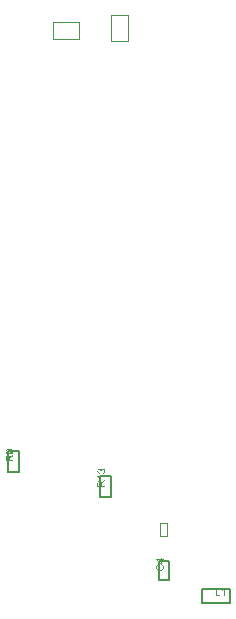
<source format=gbr>
%TF.GenerationSoftware,Altium Limited,Altium Designer,24.2.2 (26)*%
G04 Layer_Color=32768*
%FSLAX45Y45*%
%MOMM*%
%TF.SameCoordinates,979FBE80-878B-4EC3-91C7-7055811A0E5A*%
%TF.FilePolarity,Positive*%
%TF.FileFunction,Other,Top_Assembly*%
%TF.Part,Single*%
G01*
G75*
%TA.AperFunction,NonConductor*%
%ADD51C,0.20000*%
%ADD83C,0.10000*%
G36*
X16127643Y5284183D02*
X16128197D01*
X16128960Y5284045D01*
X16129791Y5283906D01*
X16130695Y5283767D01*
X16131734Y5283490D01*
X16132843Y5283143D01*
X16133952Y5282727D01*
X16135132Y5282242D01*
X16136310Y5281618D01*
X16137560Y5280924D01*
X16138737Y5280092D01*
X16139915Y5279191D01*
X16141026Y5278081D01*
X16141095Y5278012D01*
X16141302Y5277804D01*
X16141580Y5277457D01*
X16141927Y5276972D01*
X16142343Y5276417D01*
X16142828Y5275654D01*
X16143382Y5274822D01*
X16143869Y5273852D01*
X16144423Y5272811D01*
X16144978Y5271633D01*
X16145464Y5270384D01*
X16145880Y5268998D01*
X16146227Y5267541D01*
X16146504Y5266016D01*
X16146712Y5264421D01*
X16146780Y5262687D01*
Y5262341D01*
X16146712Y5261855D01*
Y5261301D01*
X16146642Y5260538D01*
X16146504Y5259706D01*
X16146365Y5258804D01*
X16146156Y5257764D01*
X16145880Y5256655D01*
X16145534Y5255545D01*
X16145186Y5254366D01*
X16144701Y5253188D01*
X16144077Y5252009D01*
X16143452Y5250899D01*
X16142690Y5249721D01*
X16141788Y5248680D01*
X16141719Y5248611D01*
X16141580Y5248472D01*
X16141302Y5248195D01*
X16140887Y5247779D01*
X16140402Y5247363D01*
X16139777Y5246877D01*
X16139084Y5246392D01*
X16138252Y5245837D01*
X16137421Y5245283D01*
X16136380Y5244728D01*
X16135339Y5244173D01*
X16134161Y5243688D01*
X16132913Y5243272D01*
X16131595Y5242856D01*
X16130208Y5242578D01*
X16128752Y5242370D01*
X16127711Y5250206D01*
X16127782D01*
X16127989Y5250275D01*
X16128336Y5250345D01*
X16128821Y5250483D01*
X16129376Y5250622D01*
X16130000Y5250761D01*
X16131456Y5251246D01*
X16133051Y5251870D01*
X16134647Y5252633D01*
X16136102Y5253604D01*
X16136726Y5254158D01*
X16137350Y5254713D01*
Y5254782D01*
X16137489Y5254852D01*
X16137628Y5255060D01*
X16137836Y5255268D01*
X16138252Y5255961D01*
X16138808Y5256932D01*
X16139362Y5258111D01*
X16139777Y5259428D01*
X16140125Y5261023D01*
X16140263Y5262687D01*
Y5263242D01*
X16140195Y5263658D01*
X16140125Y5264074D01*
X16140054Y5264698D01*
X16139777Y5265947D01*
X16139362Y5267472D01*
X16138667Y5269067D01*
X16138184Y5269830D01*
X16137697Y5270592D01*
X16137141Y5271355D01*
X16136449Y5272118D01*
X16136380Y5272187D01*
X16136241Y5272257D01*
X16136034Y5272465D01*
X16135756Y5272742D01*
X16135410Y5273019D01*
X16134924Y5273297D01*
X16134438Y5273644D01*
X16133813Y5274060D01*
X16132426Y5274753D01*
X16130832Y5275308D01*
X16128960Y5275793D01*
X16127989Y5275862D01*
X16126949Y5275932D01*
X16126880D01*
X16126741D01*
X16126395D01*
X16126048Y5275862D01*
X16125562Y5275793D01*
X16125076Y5275724D01*
X16123830Y5275516D01*
X16122372Y5275030D01*
X16120917Y5274406D01*
X16120154Y5273990D01*
X16119460Y5273505D01*
X16118767Y5272950D01*
X16118073Y5272326D01*
X16118004Y5272257D01*
X16117935Y5272187D01*
X16117728Y5271979D01*
X16117519Y5271702D01*
X16117241Y5271355D01*
X16116965Y5270939D01*
X16116270Y5269899D01*
X16115646Y5268582D01*
X16115092Y5267056D01*
X16114676Y5265322D01*
X16114606Y5264352D01*
X16114537Y5263381D01*
Y5262965D01*
X16114606Y5262479D01*
Y5261855D01*
X16114745Y5261023D01*
X16114883Y5260122D01*
X16115092Y5259012D01*
X16115369Y5257834D01*
X16108504Y5258666D01*
Y5258804D01*
X16108574Y5259151D01*
X16108643Y5259567D01*
Y5260469D01*
X16108574Y5260815D01*
Y5261301D01*
X16108504Y5261786D01*
X16108296Y5262965D01*
X16108018Y5264352D01*
X16107533Y5265877D01*
X16106909Y5267472D01*
X16106007Y5268998D01*
Y5269067D01*
X16105869Y5269206D01*
X16105731Y5269344D01*
X16105524Y5269622D01*
X16104898Y5270315D01*
X16103996Y5271078D01*
X16102888Y5271771D01*
X16101501Y5272465D01*
X16100739Y5272742D01*
X16099837Y5272881D01*
X16098935Y5273019D01*
X16097964Y5273089D01*
X16097894D01*
X16097755D01*
X16097548D01*
X16097202Y5273019D01*
X16096439Y5272950D01*
X16095399Y5272742D01*
X16094289Y5272395D01*
X16093111Y5271841D01*
X16091862Y5271078D01*
X16091307Y5270662D01*
X16090753Y5270107D01*
X16090614Y5269968D01*
X16090337Y5269552D01*
X16089851Y5268928D01*
X16089296Y5268096D01*
X16088811Y5266987D01*
X16088326Y5265669D01*
X16088048Y5264213D01*
X16087910Y5262549D01*
Y5262133D01*
X16087979Y5261786D01*
Y5261370D01*
X16088048Y5260954D01*
X16088255Y5259844D01*
X16088603Y5258666D01*
X16089159Y5257348D01*
X16089851Y5256100D01*
X16090822Y5254852D01*
X16090961Y5254713D01*
X16091377Y5254366D01*
X16092001Y5253812D01*
X16092972Y5253257D01*
X16094150Y5252564D01*
X16095676Y5251939D01*
X16097411Y5251385D01*
X16099420Y5250969D01*
X16098035Y5243133D01*
X16097964D01*
X16097687Y5243202D01*
X16097272Y5243272D01*
X16096716Y5243410D01*
X16096092Y5243618D01*
X16095329Y5243826D01*
X16094498Y5244104D01*
X16093596Y5244451D01*
X16091585Y5245352D01*
X16090614Y5245837D01*
X16089574Y5246461D01*
X16088603Y5247155D01*
X16087633Y5247918D01*
X16086662Y5248750D01*
X16085829Y5249651D01*
X16085760Y5249721D01*
X16085622Y5249859D01*
X16085413Y5250206D01*
X16085136Y5250553D01*
X16084789Y5251107D01*
X16084444Y5251662D01*
X16084027Y5252356D01*
X16083611Y5253188D01*
X16083264Y5254020D01*
X16082848Y5254991D01*
X16082501Y5256031D01*
X16082153Y5257140D01*
X16081877Y5258388D01*
X16081670Y5259636D01*
X16081531Y5260954D01*
X16081461Y5262341D01*
Y5263242D01*
X16081531Y5263728D01*
X16081599Y5264213D01*
X16081738Y5265530D01*
X16082016Y5266987D01*
X16082433Y5268651D01*
X16082986Y5270315D01*
X16083749Y5271979D01*
Y5272049D01*
X16083818Y5272187D01*
X16083957Y5272395D01*
X16084164Y5272742D01*
X16084651Y5273505D01*
X16085344Y5274476D01*
X16086246Y5275585D01*
X16087286Y5276695D01*
X16088464Y5277804D01*
X16089851Y5278775D01*
X16089922D01*
X16089990Y5278844D01*
X16090266Y5278983D01*
X16090546Y5279122D01*
X16090891Y5279330D01*
X16091307Y5279538D01*
X16092348Y5279954D01*
X16093596Y5280370D01*
X16094983Y5280786D01*
X16096507Y5281063D01*
X16098103Y5281132D01*
X16098172D01*
X16098311D01*
X16098518D01*
X16098796D01*
X16099628Y5280994D01*
X16100600Y5280855D01*
X16101778Y5280578D01*
X16103026Y5280162D01*
X16104344Y5279607D01*
X16105661Y5278844D01*
X16105731D01*
X16105800Y5278775D01*
X16106216Y5278428D01*
X16106841Y5277943D01*
X16107603Y5277180D01*
X16108504Y5276279D01*
X16109406Y5275100D01*
X16110239Y5273782D01*
X16111070Y5272257D01*
Y5272326D01*
X16111139Y5272534D01*
X16111209Y5272811D01*
X16111346Y5273227D01*
X16111485Y5273644D01*
X16111694Y5274198D01*
X16112250Y5275516D01*
X16113011Y5276903D01*
X16113913Y5278359D01*
X16115092Y5279815D01*
X16116548Y5281063D01*
X16116617Y5281132D01*
X16116756Y5281202D01*
X16116965Y5281340D01*
X16117311Y5281548D01*
X16117657Y5281826D01*
X16118143Y5282103D01*
X16118698Y5282381D01*
X16119391Y5282658D01*
X16120084Y5282935D01*
X16120847Y5283213D01*
X16122581Y5283767D01*
X16124593Y5284114D01*
X16125700Y5284253D01*
X16126811D01*
X16126880D01*
X16127158D01*
X16127643Y5284183D01*
D02*
G37*
G36*
X16145673Y5214356D02*
X16095676D01*
X16095815Y5214217D01*
X16096161Y5213871D01*
X16096648Y5213247D01*
X16097340Y5212345D01*
X16098172Y5211305D01*
X16099074Y5209988D01*
X16100044Y5208531D01*
X16101085Y5206867D01*
Y5206798D01*
X16101224Y5206659D01*
X16101363Y5206451D01*
X16101501Y5206104D01*
X16101778Y5205688D01*
X16101987Y5205203D01*
X16102609Y5204093D01*
X16103233Y5202845D01*
X16103928Y5201458D01*
X16104552Y5200002D01*
X16105106Y5198615D01*
X16097548D01*
X16097479Y5198685D01*
X16097411Y5198893D01*
X16097202Y5199240D01*
X16096992Y5199725D01*
X16096716Y5200280D01*
X16096300Y5200973D01*
X16095885Y5201736D01*
X16095468Y5202499D01*
X16094357Y5204302D01*
X16093040Y5206243D01*
X16091653Y5208254D01*
X16090059Y5210126D01*
X16089990Y5210196D01*
X16089851Y5210334D01*
X16089642Y5210612D01*
X16089296Y5210958D01*
X16088879Y5211305D01*
X16088464Y5211790D01*
X16087286Y5212831D01*
X16086037Y5214009D01*
X16084581Y5215188D01*
X16083057Y5216228D01*
X16081461Y5217130D01*
Y5222192D01*
X16145673D01*
Y5214356D01*
D02*
G37*
G36*
Y5177050D02*
X16132358Y5168590D01*
X16132289Y5168521D01*
X16132082Y5168452D01*
X16131802Y5168244D01*
X16131387Y5167966D01*
X16130902Y5167689D01*
X16130347Y5167273D01*
X16129099Y5166441D01*
X16127643Y5165470D01*
X16126186Y5164499D01*
X16124800Y5163459D01*
X16123550Y5162488D01*
X16123482D01*
X16123413Y5162350D01*
X16123067Y5162072D01*
X16122511Y5161656D01*
X16121887Y5161032D01*
X16121194Y5160408D01*
X16120500Y5159645D01*
X16119807Y5158882D01*
X16119322Y5158189D01*
X16119252Y5158120D01*
X16119115Y5157842D01*
X16118906Y5157496D01*
X16118628Y5157010D01*
X16118352Y5156386D01*
X16118073Y5155762D01*
X16117796Y5155069D01*
X16117587Y5154306D01*
Y5154237D01*
X16117519Y5154029D01*
X16117448Y5153682D01*
X16117380Y5153196D01*
Y5152503D01*
X16117311Y5151671D01*
X16117241Y5150700D01*
Y5139813D01*
X16145673D01*
Y5131354D01*
X16081670D01*
Y5161101D01*
X16081738Y5161864D01*
Y5162627D01*
X16081808Y5163528D01*
X16081877Y5164569D01*
X16082085Y5166649D01*
X16082433Y5168798D01*
X16082848Y5170879D01*
X16083125Y5171780D01*
X16083401Y5172682D01*
Y5172751D01*
X16083472Y5172890D01*
X16083611Y5173098D01*
X16083749Y5173444D01*
X16084164Y5174276D01*
X16084789Y5175247D01*
X16085622Y5176426D01*
X16086731Y5177605D01*
X16087979Y5178784D01*
X16089505Y5179824D01*
X16089574D01*
X16089713Y5179962D01*
X16089922Y5180101D01*
X16090266Y5180240D01*
X16090683Y5180448D01*
X16091170Y5180656D01*
X16091724Y5180933D01*
X16092348Y5181211D01*
X16093803Y5181696D01*
X16095399Y5182112D01*
X16097202Y5182389D01*
X16099142Y5182528D01*
X16099213D01*
X16099420D01*
X16099837D01*
X16100253Y5182459D01*
X16100877Y5182389D01*
X16101570Y5182320D01*
X16102333Y5182181D01*
X16103165Y5181973D01*
X16104968Y5181419D01*
X16105939Y5181072D01*
X16106909Y5180656D01*
X16107880Y5180170D01*
X16108852Y5179546D01*
X16109752Y5178853D01*
X16110654Y5178090D01*
X16110722Y5178021D01*
X16110863Y5177882D01*
X16111070Y5177605D01*
X16111417Y5177258D01*
X16111763Y5176773D01*
X16112180Y5176218D01*
X16112665Y5175525D01*
X16113150Y5174692D01*
X16113635Y5173791D01*
X16114120Y5172820D01*
X16114606Y5171711D01*
X16115092Y5170463D01*
X16115508Y5169145D01*
X16115924Y5167689D01*
X16116270Y5166094D01*
X16116548Y5164430D01*
Y5164499D01*
X16116617Y5164569D01*
X16116824Y5164985D01*
X16117172Y5165609D01*
X16117587Y5166371D01*
X16118073Y5167204D01*
X16118559Y5168036D01*
X16119183Y5168868D01*
X16119737Y5169561D01*
X16119807Y5169631D01*
X16119876Y5169700D01*
X16120084Y5169908D01*
X16120361Y5170185D01*
X16120708Y5170532D01*
X16121124Y5170948D01*
X16122095Y5171849D01*
X16123343Y5172890D01*
X16124800Y5174068D01*
X16126463Y5175317D01*
X16128267Y5176565D01*
X16145673Y5187659D01*
Y5177050D01*
D02*
G37*
G36*
X17159143Y4206239D02*
X17151308D01*
Y4256234D01*
X17151169Y4256096D01*
X17150822Y4255749D01*
X17150198Y4255264D01*
X17149297Y4254570D01*
X17148256Y4253738D01*
X17146939Y4252837D01*
X17145483Y4251866D01*
X17143819Y4250826D01*
X17143748D01*
X17143610Y4250687D01*
X17143402Y4250548D01*
X17143056Y4250410D01*
X17142641Y4250132D01*
X17142154Y4249924D01*
X17141045Y4249300D01*
X17139796Y4248676D01*
X17138409Y4247983D01*
X17136954Y4247359D01*
X17135567Y4246804D01*
Y4254362D01*
X17135635Y4254431D01*
X17135844Y4254501D01*
X17136191Y4254709D01*
X17136676Y4254917D01*
X17137231Y4255194D01*
X17137924Y4255610D01*
X17138687Y4256026D01*
X17139450Y4256442D01*
X17141254Y4257552D01*
X17143195Y4258869D01*
X17145206Y4260256D01*
X17147076Y4261851D01*
X17147147Y4261920D01*
X17147285Y4262059D01*
X17147563Y4262267D01*
X17147910Y4262614D01*
X17148256Y4263030D01*
X17148743Y4263446D01*
X17149782Y4264625D01*
X17150961Y4265873D01*
X17152139Y4267329D01*
X17153180Y4268855D01*
X17154082Y4270449D01*
X17159143D01*
Y4206239D01*
D02*
G37*
G36*
X17091118Y4213797D02*
X17122668D01*
Y4206239D01*
X17082658D01*
Y4270241D01*
X17091118D01*
Y4213797D01*
D02*
G37*
G36*
X15337228Y5449949D02*
X15338268D01*
X15339516Y5449880D01*
X15340834Y5449810D01*
X15342290Y5449672D01*
X15343816Y5449533D01*
X15345410Y5449394D01*
X15348669Y5448909D01*
X15351859Y5448215D01*
X15353316Y5447799D01*
X15354771Y5447314D01*
X15354842D01*
X15355118Y5447175D01*
X15355466Y5447037D01*
X15355949Y5446829D01*
X15356573Y5446551D01*
X15357268Y5446204D01*
X15358031Y5445788D01*
X15358862Y5445372D01*
X15360596Y5444263D01*
X15362468Y5442876D01*
X15364201Y5441281D01*
X15365034Y5440380D01*
X15365797Y5439409D01*
X15365866Y5439340D01*
X15365935Y5439201D01*
X15366144Y5438854D01*
X15366351Y5438508D01*
X15366629Y5437953D01*
X15366975Y5437398D01*
X15367322Y5436705D01*
X15367670Y5435873D01*
X15368016Y5435040D01*
X15368362Y5434070D01*
X15368640Y5433099D01*
X15368987Y5431989D01*
X15369403Y5429632D01*
X15369472Y5428384D01*
X15369540Y5427066D01*
Y5426373D01*
X15369472Y5425818D01*
X15369403Y5425194D01*
X15369333Y5424431D01*
X15369196Y5423599D01*
X15368987Y5422698D01*
X15368501Y5420756D01*
X15368153Y5419785D01*
X15367809Y5418745D01*
X15367322Y5417705D01*
X15366768Y5416665D01*
X15366144Y5415694D01*
X15365381Y5414793D01*
X15365311Y5414723D01*
X15365173Y5414585D01*
X15364964Y5414377D01*
X15364618Y5414030D01*
X15364201Y5413683D01*
X15363647Y5413267D01*
X15363023Y5412782D01*
X15362331Y5412296D01*
X15361568Y5411811D01*
X15360664Y5411325D01*
X15359695Y5410909D01*
X15358655Y5410424D01*
X15357545Y5410008D01*
X15356366Y5409661D01*
X15355049Y5409384D01*
X15353662Y5409176D01*
X15353038Y5416734D01*
X15353107D01*
X15353246Y5416803D01*
X15353523D01*
X15353938Y5416942D01*
X15354355Y5417012D01*
X15354842Y5417150D01*
X15356020Y5417497D01*
X15357268Y5417982D01*
X15358516Y5418606D01*
X15359695Y5419438D01*
X15360249Y5419855D01*
X15360735Y5420340D01*
X15360805Y5420479D01*
X15361082Y5420825D01*
X15361497Y5421449D01*
X15361914Y5422212D01*
X15362331Y5423252D01*
X15362746Y5424431D01*
X15363023Y5425749D01*
X15363092Y5427274D01*
Y5427898D01*
X15363023Y5428592D01*
X15362885Y5429424D01*
X15362675Y5430395D01*
X15362399Y5431435D01*
X15362051Y5432544D01*
X15361497Y5433584D01*
X15361427Y5433723D01*
X15361220Y5434070D01*
X15360805Y5434555D01*
X15360320Y5435179D01*
X15359695Y5435873D01*
X15358932Y5436635D01*
X15358031Y5437398D01*
X15357060Y5438091D01*
X15356921Y5438161D01*
X15356573Y5438369D01*
X15355949Y5438716D01*
X15355049Y5439132D01*
X15354008Y5439548D01*
X15352760Y5440033D01*
X15351234Y5440518D01*
X15349571Y5441004D01*
X15349501D01*
X15349364Y5441073D01*
X15349084Y5441143D01*
X15348740Y5441212D01*
X15348323Y5441281D01*
X15347836Y5441351D01*
X15347214Y5441489D01*
X15346590Y5441628D01*
X15345132Y5441836D01*
X15343538Y5441975D01*
X15341805Y5442113D01*
X15340002Y5442183D01*
X15339864D01*
X15339586D01*
X15339101D01*
X15338477D01*
X15338545Y5442044D01*
X15338753Y5441975D01*
X15339030Y5441767D01*
X15339725Y5441212D01*
X15340556Y5440518D01*
X15341527Y5439548D01*
X15342567Y5438438D01*
X15343538Y5437190D01*
X15344508Y5435734D01*
Y5435665D01*
X15344579Y5435526D01*
X15344717Y5435318D01*
X15344856Y5435040D01*
X15345064Y5434624D01*
X15345203Y5434208D01*
X15345618Y5433099D01*
X15346104Y5431781D01*
X15346449Y5430256D01*
X15346729Y5428592D01*
X15346797Y5426858D01*
Y5426511D01*
X15346729Y5426095D01*
Y5425541D01*
X15346590Y5424847D01*
X15346519Y5424084D01*
X15346312Y5423183D01*
X15346104Y5422212D01*
X15345757Y5421172D01*
X15345410Y5420132D01*
X15344925Y5419022D01*
X15344370Y5417913D01*
X15343745Y5416734D01*
X15342982Y5415625D01*
X15342082Y5414515D01*
X15341112Y5413475D01*
X15341042Y5413406D01*
X15340834Y5413267D01*
X15340488Y5412990D01*
X15340071Y5412643D01*
X15339516Y5412227D01*
X15338823Y5411742D01*
X15337991Y5411256D01*
X15337019Y5410771D01*
X15336049Y5410216D01*
X15334869Y5409731D01*
X15333623Y5409245D01*
X15332304Y5408829D01*
X15330849Y5408482D01*
X15329254Y5408205D01*
X15327660Y5408066D01*
X15325925Y5407997D01*
X15325786D01*
X15325510D01*
X15324954Y5408066D01*
X15324330D01*
X15323499Y5408205D01*
X15322527Y5408274D01*
X15321487Y5408482D01*
X15320308Y5408690D01*
X15319130Y5409037D01*
X15317812Y5409384D01*
X15316495Y5409869D01*
X15315247Y5410424D01*
X15313930Y5411048D01*
X15312611Y5411811D01*
X15311433Y5412712D01*
X15310254Y5413683D01*
X15310185Y5413752D01*
X15309976Y5413960D01*
X15309698Y5414307D01*
X15309352Y5414723D01*
X15308867Y5415278D01*
X15308382Y5415971D01*
X15307828Y5416734D01*
X15307272Y5417636D01*
X15306717Y5418606D01*
X15306163Y5419716D01*
X15305676Y5420895D01*
X15305193Y5422143D01*
X15304845Y5423530D01*
X15304568Y5424986D01*
X15304359Y5426442D01*
X15304289Y5428037D01*
Y5428661D01*
X15304359Y5429077D01*
Y5429632D01*
X15304498Y5430256D01*
X15304568Y5431019D01*
X15304707Y5431781D01*
X15305122Y5433584D01*
X15305746Y5435456D01*
X15306093Y5436427D01*
X15306580Y5437467D01*
X15307063Y5438438D01*
X15307687Y5439409D01*
X15307758Y5439478D01*
X15307828Y5439617D01*
X15308035Y5439894D01*
X15308311Y5440241D01*
X15308659Y5440726D01*
X15309074Y5441212D01*
X15309560Y5441767D01*
X15310115Y5442321D01*
X15310739Y5442945D01*
X15311502Y5443639D01*
X15312265Y5444263D01*
X15313097Y5444956D01*
X15314069Y5445580D01*
X15315038Y5446204D01*
X15316148Y5446759D01*
X15317258Y5447314D01*
X15317326D01*
X15317535Y5447453D01*
X15317880Y5447591D01*
X15318436Y5447730D01*
X15319060Y5447938D01*
X15319823Y5448146D01*
X15320724Y5448423D01*
X15321834Y5448701D01*
X15323013Y5448909D01*
X15324330Y5449186D01*
X15325856Y5449394D01*
X15327451Y5449602D01*
X15329184Y5449741D01*
X15331056Y5449880D01*
X15333067Y5450018D01*
X15335217D01*
X15335356D01*
X15335773D01*
X15336395D01*
X15337228Y5449949D01*
D02*
G37*
G36*
X15368501Y5392395D02*
X15355186Y5383935D01*
X15355118Y5383866D01*
X15354910Y5383797D01*
X15354633Y5383589D01*
X15354218Y5383311D01*
X15353731Y5383034D01*
X15353177Y5382618D01*
X15351929Y5381786D01*
X15350471Y5380815D01*
X15349016Y5379844D01*
X15347629Y5378804D01*
X15346381Y5377833D01*
X15346312D01*
X15346242Y5377695D01*
X15345895Y5377417D01*
X15345341Y5377001D01*
X15344717Y5376377D01*
X15344023Y5375753D01*
X15343330Y5374990D01*
X15342638Y5374228D01*
X15342151Y5373534D01*
X15342082Y5373465D01*
X15341943Y5373187D01*
X15341734Y5372841D01*
X15341458Y5372355D01*
X15341180Y5371731D01*
X15340903Y5371107D01*
X15340627Y5370414D01*
X15340417Y5369651D01*
Y5369582D01*
X15340347Y5369374D01*
X15340279Y5369027D01*
X15340210Y5368541D01*
Y5367848D01*
X15340140Y5367016D01*
X15340071Y5366045D01*
Y5355158D01*
X15368501D01*
Y5346699D01*
X15304498D01*
Y5376446D01*
X15304568Y5377209D01*
Y5377972D01*
X15304637Y5378873D01*
X15304707Y5379914D01*
X15304915Y5381994D01*
X15305261Y5384143D01*
X15305676Y5386224D01*
X15305956Y5387125D01*
X15306232Y5388027D01*
Y5388096D01*
X15306300Y5388235D01*
X15306441Y5388443D01*
X15306580Y5388789D01*
X15306995Y5389621D01*
X15307619Y5390592D01*
X15308450Y5391771D01*
X15309560Y5392950D01*
X15310809Y5394129D01*
X15312334Y5395169D01*
X15312402D01*
X15312543Y5395307D01*
X15312750Y5395446D01*
X15313097Y5395585D01*
X15313513Y5395793D01*
X15313998Y5396001D01*
X15314552Y5396278D01*
X15315176Y5396556D01*
X15316634Y5397041D01*
X15318228Y5397457D01*
X15320032Y5397734D01*
X15321973Y5397873D01*
X15322041D01*
X15322250D01*
X15322665D01*
X15323082Y5397804D01*
X15323706Y5397734D01*
X15324400Y5397665D01*
X15325162Y5397526D01*
X15325993Y5397318D01*
X15327797Y5396764D01*
X15328767Y5396417D01*
X15329739Y5396001D01*
X15330710Y5395515D01*
X15331680Y5394891D01*
X15332582Y5394198D01*
X15333482Y5393435D01*
X15333553Y5393366D01*
X15333691Y5393227D01*
X15333899Y5392950D01*
X15334245Y5392603D01*
X15334593Y5392118D01*
X15335008Y5391563D01*
X15335493Y5390870D01*
X15335980Y5390037D01*
X15336465Y5389136D01*
X15336951Y5388165D01*
X15337436Y5387056D01*
X15337921Y5385808D01*
X15338338Y5384490D01*
X15338753Y5383034D01*
X15339101Y5381439D01*
X15339378Y5379775D01*
Y5379844D01*
X15339447Y5379914D01*
X15339655Y5380330D01*
X15340002Y5380954D01*
X15340417Y5381716D01*
X15340903Y5382549D01*
X15341388Y5383381D01*
X15342012Y5384213D01*
X15342567Y5384906D01*
X15342638Y5384976D01*
X15342706Y5385045D01*
X15342914Y5385253D01*
X15343192Y5385530D01*
X15343538Y5385877D01*
X15343954Y5386293D01*
X15344925Y5387194D01*
X15346173Y5388235D01*
X15347629Y5389413D01*
X15349294Y5390662D01*
X15351096Y5391910D01*
X15368501Y5403004D01*
Y5392395D01*
D02*
G37*
G36*
X16628258Y4516470D02*
X16643581D01*
Y4508634D01*
X16628258D01*
Y4480758D01*
X16621045D01*
X16579578Y4510021D01*
Y4516470D01*
X16621045D01*
Y4525137D01*
X16628258D01*
Y4516470D01*
D02*
G37*
G36*
X16623749Y4476043D02*
X16624236Y4475904D01*
X16624997Y4475627D01*
X16625830Y4475350D01*
X16626871Y4474934D01*
X16627979Y4474518D01*
X16629158Y4473963D01*
X16630476Y4473339D01*
X16631725Y4472645D01*
X16633110Y4471883D01*
X16634428Y4470981D01*
X16635677Y4470010D01*
X16636925Y4468970D01*
X16638103Y4467791D01*
X16639214Y4466543D01*
X16639282Y4466474D01*
X16639421Y4466197D01*
X16639697Y4465850D01*
X16640045Y4465295D01*
X16640462Y4464671D01*
X16640945Y4463839D01*
X16641432Y4462937D01*
X16641917Y4461828D01*
X16642403Y4460649D01*
X16642888Y4459401D01*
X16643373Y4458014D01*
X16643790Y4456489D01*
X16644136Y4454894D01*
X16644414Y4453230D01*
X16644553Y4451496D01*
X16644621Y4449624D01*
Y4448653D01*
X16644553Y4447890D01*
X16644482Y4447058D01*
X16644414Y4446018D01*
X16644275Y4444909D01*
X16644067Y4443660D01*
X16643858Y4442343D01*
X16643581Y4440956D01*
X16643234Y4439569D01*
X16642888Y4438182D01*
X16642403Y4436726D01*
X16641849Y4435339D01*
X16641225Y4434022D01*
X16640462Y4432774D01*
X16640392Y4432704D01*
X16640253Y4432496D01*
X16640045Y4432150D01*
X16639697Y4431734D01*
X16639214Y4431179D01*
X16638727Y4430555D01*
X16638103Y4429861D01*
X16637340Y4429099D01*
X16636508Y4428336D01*
X16635606Y4427504D01*
X16634636Y4426741D01*
X16633527Y4425909D01*
X16632349Y4425077D01*
X16631100Y4424314D01*
X16629713Y4423621D01*
X16628258Y4422927D01*
X16628188Y4422858D01*
X16627910Y4422788D01*
X16627425Y4422650D01*
X16626871Y4422442D01*
X16626106Y4422164D01*
X16625275Y4421887D01*
X16624236Y4421610D01*
X16623125Y4421263D01*
X16621877Y4420986D01*
X16620560Y4420639D01*
X16619173Y4420361D01*
X16617647Y4420153D01*
X16614458Y4419737D01*
X16612793Y4419668D01*
X16611130Y4419599D01*
X16610989D01*
X16610713D01*
X16610158D01*
X16609465Y4419668D01*
X16608563Y4419737D01*
X16607523Y4419807D01*
X16606413Y4419945D01*
X16605167Y4420084D01*
X16603848Y4420292D01*
X16602461Y4420500D01*
X16599480Y4421194D01*
X16598022Y4421679D01*
X16596567Y4422164D01*
X16595042Y4422719D01*
X16593655Y4423413D01*
X16593587Y4423482D01*
X16593307Y4423621D01*
X16592961Y4423829D01*
X16592407Y4424106D01*
X16591783Y4424522D01*
X16591089Y4425007D01*
X16590326Y4425562D01*
X16589426Y4426186D01*
X16588593Y4426949D01*
X16587622Y4427712D01*
X16586720Y4428613D01*
X16585750Y4429584D01*
X16584848Y4430624D01*
X16583948Y4431734D01*
X16583115Y4432982D01*
X16582352Y4434230D01*
X16582283Y4434299D01*
X16582213Y4434577D01*
X16582005Y4434923D01*
X16581728Y4435478D01*
X16581451Y4436102D01*
X16581104Y4436934D01*
X16580757Y4437836D01*
X16580411Y4438806D01*
X16580064Y4439916D01*
X16579716Y4441164D01*
X16579370Y4442412D01*
X16579092Y4443799D01*
X16578609Y4446642D01*
X16578539Y4448168D01*
X16578468Y4449762D01*
Y4450664D01*
X16578539Y4451357D01*
X16578609Y4452189D01*
X16578746Y4453160D01*
X16578885Y4454200D01*
X16579092Y4455379D01*
X16579370Y4456627D01*
X16579648Y4457945D01*
X16580064Y4459262D01*
X16580550Y4460649D01*
X16581104Y4462036D01*
X16581796Y4463354D01*
X16582491Y4464671D01*
X16583392Y4465919D01*
X16583463Y4465989D01*
X16583600Y4466197D01*
X16583878Y4466543D01*
X16584294Y4466959D01*
X16584779Y4467514D01*
X16585403Y4468138D01*
X16586098Y4468762D01*
X16586929Y4469525D01*
X16587830Y4470288D01*
X16588870Y4471050D01*
X16589980Y4471813D01*
X16591228Y4472507D01*
X16592545Y4473269D01*
X16594002Y4473894D01*
X16595528Y4474518D01*
X16597122Y4475072D01*
X16599065Y4466751D01*
X16598994D01*
X16598785Y4466613D01*
X16598370Y4466543D01*
X16597885Y4466335D01*
X16597330Y4466127D01*
X16596706Y4465781D01*
X16595180Y4465087D01*
X16593517Y4464186D01*
X16591783Y4463007D01*
X16590189Y4461759D01*
X16589494Y4460996D01*
X16588870Y4460233D01*
X16588802Y4460164D01*
X16588731Y4460025D01*
X16588593Y4459817D01*
X16588385Y4459470D01*
X16588107Y4459054D01*
X16587830Y4458569D01*
X16587553Y4458014D01*
X16587276Y4457321D01*
X16586998Y4456558D01*
X16586720Y4455795D01*
X16586166Y4453992D01*
X16585818Y4451912D01*
X16585681Y4450803D01*
Y4448930D01*
X16585750Y4448376D01*
X16585818Y4447752D01*
X16585889Y4446989D01*
X16585957Y4446157D01*
X16586098Y4445325D01*
X16586581Y4443314D01*
X16587206Y4441233D01*
X16587622Y4440193D01*
X16588107Y4439153D01*
X16588663Y4438182D01*
X16589285Y4437212D01*
X16589355Y4437142D01*
X16589426Y4437004D01*
X16589633Y4436726D01*
X16589909Y4436379D01*
X16590257Y4436033D01*
X16590742Y4435547D01*
X16591228Y4435062D01*
X16591783Y4434507D01*
X16592476Y4433953D01*
X16593170Y4433328D01*
X16594765Y4432219D01*
X16596637Y4431179D01*
X16598785Y4430277D01*
X16598856D01*
X16599065Y4430208D01*
X16599409Y4430069D01*
X16599826Y4430000D01*
X16600381Y4429861D01*
X16601006Y4429653D01*
X16601768Y4429515D01*
X16602531Y4429307D01*
X16603432Y4429099D01*
X16604404Y4428960D01*
X16606483Y4428613D01*
X16608702Y4428405D01*
X16611060Y4428336D01*
X16611130D01*
X16611406D01*
X16611823D01*
X16612447Y4428405D01*
X16613139D01*
X16613972Y4428475D01*
X16614874Y4428544D01*
X16615913Y4428613D01*
X16617023Y4428752D01*
X16618134Y4428891D01*
X16620560Y4429307D01*
X16622987Y4429931D01*
X16625343Y4430693D01*
X16625414D01*
X16625623Y4430832D01*
X16625899Y4430971D01*
X16626315Y4431110D01*
X16626871Y4431387D01*
X16627425Y4431734D01*
X16628741Y4432496D01*
X16630267Y4433536D01*
X16631725Y4434785D01*
X16633180Y4436310D01*
X16633804Y4437142D01*
X16634428Y4438044D01*
Y4438113D01*
X16634567Y4438252D01*
X16634705Y4438529D01*
X16634914Y4438945D01*
X16635121Y4439431D01*
X16635399Y4439985D01*
X16635606Y4440609D01*
X16635884Y4441303D01*
X16636440Y4442898D01*
X16636925Y4444770D01*
X16637271Y4446781D01*
X16637340Y4447821D01*
X16637410Y4448930D01*
Y4449624D01*
X16637340Y4450109D01*
X16637271Y4450733D01*
X16637202Y4451427D01*
X16637064Y4452259D01*
X16636925Y4453091D01*
X16636440Y4455032D01*
X16636092Y4456003D01*
X16635677Y4457043D01*
X16635191Y4458084D01*
X16634636Y4459054D01*
X16634012Y4460025D01*
X16633319Y4460996D01*
X16633249Y4461065D01*
X16633110Y4461204D01*
X16632903Y4461481D01*
X16632556Y4461828D01*
X16632140Y4462175D01*
X16631586Y4462660D01*
X16630962Y4463146D01*
X16630267Y4463700D01*
X16629436Y4464255D01*
X16628534Y4464810D01*
X16627563Y4465364D01*
X16626454Y4465919D01*
X16625275Y4466405D01*
X16623956Y4466890D01*
X16622571Y4467375D01*
X16621114Y4467722D01*
X16623264Y4476182D01*
X16623402D01*
X16623749Y4476043D01*
D02*
G37*
%LPC*%
G36*
X16099142Y5173791D02*
X16099074D01*
X16098935D01*
X16098727D01*
X16098380Y5173722D01*
X16098035D01*
X16097548Y5173652D01*
X16096507Y5173375D01*
X16095329Y5172959D01*
X16094081Y5172404D01*
X16092902Y5171572D01*
X16092278Y5171017D01*
X16091724Y5170463D01*
X16091653Y5170393D01*
X16091585Y5170324D01*
X16091446Y5170116D01*
X16091238Y5169839D01*
X16091029Y5169492D01*
X16090753Y5169006D01*
X16090475Y5168521D01*
X16090198Y5167897D01*
X16089922Y5167204D01*
X16089713Y5166441D01*
X16089435Y5165609D01*
X16089227Y5164707D01*
X16089018Y5163667D01*
X16088879Y5162558D01*
X16088742Y5161379D01*
Y5139813D01*
X16109891D01*
Y5158952D01*
X16109822Y5159437D01*
Y5159992D01*
X16109752Y5161309D01*
X16109615Y5162766D01*
X16109406Y5164291D01*
X16109128Y5165747D01*
X16108711Y5167065D01*
Y5167134D01*
X16108643Y5167204D01*
X16108504Y5167620D01*
X16108228Y5168174D01*
X16107811Y5168937D01*
X16107256Y5169700D01*
X16106631Y5170532D01*
X16105800Y5171364D01*
X16104898Y5172057D01*
X16104761Y5172127D01*
X16104413Y5172335D01*
X16103928Y5172612D01*
X16103165Y5172959D01*
X16102333Y5173236D01*
X16101363Y5173514D01*
X16100253Y5173722D01*
X16099142Y5173791D01*
D02*
G37*
G36*
X15325510Y5441281D02*
X15325439D01*
X15325232D01*
X15324886D01*
X15324400Y5441212D01*
X15323845Y5441143D01*
X15323151Y5441073D01*
X15322458Y5441004D01*
X15321626Y5440865D01*
X15319962Y5440380D01*
X15318159Y5439756D01*
X15317258Y5439340D01*
X15316425Y5438854D01*
X15315593Y5438300D01*
X15314830Y5437675D01*
X15314761Y5437606D01*
X15314622Y5437537D01*
X15314484Y5437329D01*
X15314206Y5437051D01*
X15313930Y5436705D01*
X15313582Y5436289D01*
X15312820Y5435248D01*
X15312057Y5434000D01*
X15311433Y5432475D01*
X15311156Y5431712D01*
X15310947Y5430811D01*
X15310878Y5429909D01*
X15310809Y5429008D01*
Y5428522D01*
X15310878Y5428106D01*
X15310947Y5427690D01*
X15311017Y5427135D01*
X15311363Y5425887D01*
X15311848Y5424431D01*
X15312195Y5423668D01*
X15312611Y5422906D01*
X15313097Y5422143D01*
X15313721Y5421380D01*
X15314345Y5420617D01*
X15315108Y5419855D01*
X15315176Y5419785D01*
X15315315Y5419716D01*
X15315524Y5419508D01*
X15315871Y5419230D01*
X15316287Y5418953D01*
X15316841Y5418676D01*
X15317397Y5418329D01*
X15318089Y5417982D01*
X15318852Y5417566D01*
X15319684Y5417220D01*
X15320586Y5416942D01*
X15321626Y5416665D01*
X15323776Y5416179D01*
X15324954Y5416110D01*
X15326202Y5416041D01*
X15326273D01*
X15326480D01*
X15326756D01*
X15327243Y5416110D01*
X15327728Y5416179D01*
X15328352Y5416249D01*
X15329739Y5416526D01*
X15331334Y5416942D01*
X15332928Y5417566D01*
X15333762Y5417982D01*
X15334593Y5418468D01*
X15335356Y5419022D01*
X15336118Y5419647D01*
X15336188Y5419716D01*
X15336256Y5419785D01*
X15336465Y5419993D01*
X15336673Y5420340D01*
X15336951Y5420687D01*
X15337297Y5421103D01*
X15337643Y5421588D01*
X15337991Y5422143D01*
X15338684Y5423530D01*
X15339308Y5425055D01*
X15339725Y5426858D01*
X15339793Y5427829D01*
X15339864Y5428800D01*
Y5429354D01*
X15339793Y5429701D01*
X15339725Y5430186D01*
X15339655Y5430672D01*
X15339378Y5431920D01*
X15338960Y5433376D01*
X15338268Y5434832D01*
X15337852Y5435595D01*
X15337367Y5436358D01*
X15336743Y5437051D01*
X15336118Y5437745D01*
X15336049Y5437814D01*
X15335910Y5437883D01*
X15335703Y5438091D01*
X15335425Y5438300D01*
X15335008Y5438577D01*
X15334525Y5438854D01*
X15333969Y5439201D01*
X15333345Y5439548D01*
X15332651Y5439825D01*
X15331819Y5440172D01*
X15330988Y5440449D01*
X15330016Y5440726D01*
X15328976Y5440935D01*
X15327936Y5441143D01*
X15326756Y5441212D01*
X15325510Y5441281D01*
D02*
G37*
G36*
X15321973Y5389136D02*
X15321902D01*
X15321765D01*
X15321558D01*
X15321210Y5389067D01*
X15320863D01*
X15320378Y5388997D01*
X15319337Y5388720D01*
X15318159Y5388304D01*
X15316911Y5387749D01*
X15315732Y5386917D01*
X15315108Y5386362D01*
X15314552Y5385808D01*
X15314484Y5385738D01*
X15314413Y5385669D01*
X15314276Y5385461D01*
X15314069Y5385184D01*
X15313860Y5384837D01*
X15313582Y5384351D01*
X15313306Y5383866D01*
X15313028Y5383242D01*
X15312750Y5382549D01*
X15312543Y5381786D01*
X15312265Y5380954D01*
X15312057Y5380052D01*
X15311848Y5379012D01*
X15311710Y5377903D01*
X15311571Y5376724D01*
Y5355158D01*
X15332721D01*
Y5374297D01*
X15332651Y5374782D01*
Y5375337D01*
X15332582Y5376654D01*
X15332443Y5378111D01*
X15332236Y5379636D01*
X15331958Y5381092D01*
X15331541Y5382410D01*
Y5382479D01*
X15331473Y5382549D01*
X15331334Y5382965D01*
X15331056Y5383519D01*
X15330640Y5384282D01*
X15330086Y5385045D01*
X15329462Y5385877D01*
X15328629Y5386709D01*
X15327728Y5387402D01*
X15327589Y5387472D01*
X15327243Y5387680D01*
X15326756Y5387957D01*
X15325993Y5388304D01*
X15325162Y5388581D01*
X15324191Y5388859D01*
X15323082Y5389067D01*
X15321973Y5389136D01*
D02*
G37*
G36*
X16621045Y4508634D02*
X16592200D01*
X16621045Y4488455D01*
Y4508634D01*
D02*
G37*
%LPD*%
D51*
X16100989Y5040749D02*
X16192572D01*
Y5221962D01*
X16100989D02*
X16192572D01*
X16100989Y5040749D02*
Y5221962D01*
X16962660Y4146240D02*
Y4266240D01*
Y4146240D02*
X17202660D01*
Y4266240D01*
X16962660D02*
X17202660D01*
X15323749Y5256093D02*
X15415332D01*
Y5437307D01*
X15323749D02*
X15415332D01*
X15323749Y5256093D02*
Y5437307D01*
X16604620Y4339600D02*
X16684621D01*
Y4499600D01*
X16604620D02*
X16684621D01*
X16604620Y4339600D02*
Y4499600D01*
D83*
X16667000Y4717660D02*
Y4827660D01*
X16607001Y4717660D02*
Y4827660D01*
X16667000D01*
X16607001Y4717660D02*
X16667000D01*
X15704140Y9064100D02*
X15924139D01*
X15704140Y8919100D02*
X15924139D01*
X15704140D02*
Y9064100D01*
X15924139Y8919100D02*
Y9064100D01*
X16196201Y8907000D02*
Y9127000D01*
X16341200Y8907000D02*
Y9127000D01*
X16196201Y8907000D02*
X16341200D01*
X16196201Y9127000D02*
X16341200D01*
%TF.MD5,42a3b947d3a5bc2a01d156d1f9288eab*%
M02*

</source>
